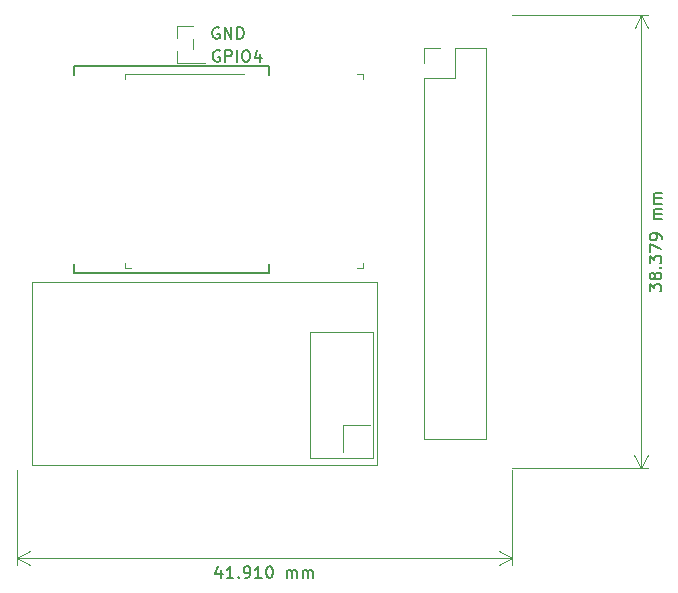
<source format=gbr>
G04 #@! TF.GenerationSoftware,KiCad,Pcbnew,(5.1.5-0-10_14)*
G04 #@! TF.CreationDate,2020-05-04T22:30:03+03:00*
G04 #@! TF.ProjectId,PiGate,50694761-7465-42e6-9b69-6361645f7063,rev?*
G04 #@! TF.SameCoordinates,Original*
G04 #@! TF.FileFunction,Legend,Top*
G04 #@! TF.FilePolarity,Positive*
%FSLAX46Y46*%
G04 Gerber Fmt 4.6, Leading zero omitted, Abs format (unit mm)*
G04 Created by KiCad (PCBNEW (5.1.5-0-10_14)) date 2020-05-04 22:30:03*
%MOMM*%
%LPD*%
G04 APERTURE LIST*
%ADD10C,0.150000*%
%ADD11C,0.120000*%
%ADD12C,0.100000*%
G04 APERTURE END LIST*
D10*
X109191609Y-52484400D02*
X109096371Y-52436780D01*
X108953514Y-52436780D01*
X108810657Y-52484400D01*
X108715419Y-52579638D01*
X108667800Y-52674876D01*
X108620180Y-52865352D01*
X108620180Y-53008209D01*
X108667800Y-53198685D01*
X108715419Y-53293923D01*
X108810657Y-53389161D01*
X108953514Y-53436780D01*
X109048752Y-53436780D01*
X109191609Y-53389161D01*
X109239228Y-53341542D01*
X109239228Y-53008209D01*
X109048752Y-53008209D01*
X109667800Y-53436780D02*
X109667800Y-52436780D01*
X110048752Y-52436780D01*
X110143990Y-52484400D01*
X110191609Y-52532019D01*
X110239228Y-52627257D01*
X110239228Y-52770114D01*
X110191609Y-52865352D01*
X110143990Y-52912971D01*
X110048752Y-52960590D01*
X109667800Y-52960590D01*
X110667800Y-53436780D02*
X110667800Y-52436780D01*
X111334466Y-52436780D02*
X111524942Y-52436780D01*
X111620180Y-52484400D01*
X111715419Y-52579638D01*
X111763038Y-52770114D01*
X111763038Y-53103447D01*
X111715419Y-53293923D01*
X111620180Y-53389161D01*
X111524942Y-53436780D01*
X111334466Y-53436780D01*
X111239228Y-53389161D01*
X111143990Y-53293923D01*
X111096371Y-53103447D01*
X111096371Y-52770114D01*
X111143990Y-52579638D01*
X111239228Y-52484400D01*
X111334466Y-52436780D01*
X112620180Y-52770114D02*
X112620180Y-53436780D01*
X112382085Y-52389161D02*
X112143990Y-53103447D01*
X112763038Y-53103447D01*
X109143895Y-50528600D02*
X109048657Y-50480980D01*
X108905800Y-50480980D01*
X108762942Y-50528600D01*
X108667704Y-50623838D01*
X108620085Y-50719076D01*
X108572466Y-50909552D01*
X108572466Y-51052409D01*
X108620085Y-51242885D01*
X108667704Y-51338123D01*
X108762942Y-51433361D01*
X108905800Y-51480980D01*
X109001038Y-51480980D01*
X109143895Y-51433361D01*
X109191514Y-51385742D01*
X109191514Y-51052409D01*
X109001038Y-51052409D01*
X109620085Y-51480980D02*
X109620085Y-50480980D01*
X110191514Y-51480980D01*
X110191514Y-50480980D01*
X110667704Y-51480980D02*
X110667704Y-50480980D01*
X110905800Y-50480980D01*
X111048657Y-50528600D01*
X111143895Y-50623838D01*
X111191514Y-50719076D01*
X111239133Y-50909552D01*
X111239133Y-51052409D01*
X111191514Y-51242885D01*
X111143895Y-51338123D01*
X111048657Y-51433361D01*
X110905800Y-51480980D01*
X110667704Y-51480980D01*
X145597068Y-72849383D02*
X145597888Y-72230336D01*
X145978399Y-72564173D01*
X145978588Y-72421316D01*
X146026333Y-72326141D01*
X146074015Y-72278585D01*
X146169316Y-72231092D01*
X146407411Y-72231408D01*
X146502586Y-72279153D01*
X146550142Y-72326835D01*
X146597635Y-72422136D01*
X146597257Y-72707850D01*
X146549511Y-72803025D01*
X146501829Y-72850581D01*
X146027215Y-71659475D02*
X145979470Y-71754650D01*
X145931788Y-71802206D01*
X145836487Y-71849699D01*
X145788868Y-71849636D01*
X145693693Y-71801891D01*
X145646137Y-71754209D01*
X145598644Y-71658908D01*
X145598896Y-71468432D01*
X145646641Y-71373257D01*
X145694323Y-71325701D01*
X145789624Y-71278208D01*
X145837243Y-71278271D01*
X145932418Y-71326016D01*
X145979974Y-71373698D01*
X146027467Y-71468999D01*
X146027215Y-71659475D01*
X146074708Y-71754776D01*
X146122264Y-71802458D01*
X146217439Y-71850203D01*
X146407915Y-71850456D01*
X146503216Y-71802963D01*
X146550898Y-71755407D01*
X146598643Y-71660232D01*
X146598895Y-71469756D01*
X146551402Y-71374455D01*
X146503846Y-71326773D01*
X146408671Y-71279027D01*
X146218195Y-71278775D01*
X146122894Y-71326268D01*
X146075212Y-71373824D01*
X146027467Y-71468999D01*
X146504477Y-70850582D02*
X146552159Y-70803027D01*
X146599715Y-70850709D01*
X146552033Y-70898265D01*
X146504477Y-70850582D01*
X146599715Y-70850709D01*
X145600220Y-70468433D02*
X145601039Y-69849386D01*
X145981550Y-70183223D01*
X145981739Y-70040366D01*
X146029484Y-69945191D01*
X146077166Y-69897635D01*
X146172467Y-69850142D01*
X146410562Y-69850457D01*
X146505737Y-69898202D01*
X146553293Y-69945884D01*
X146600786Y-70041185D01*
X146600408Y-70326899D01*
X146552663Y-70422074D01*
X146504981Y-70469630D01*
X145601480Y-69516053D02*
X145602363Y-68849387D01*
X146601795Y-69279281D01*
X146602929Y-68422139D02*
X146603181Y-68231663D01*
X146555688Y-68136362D01*
X146508132Y-68088680D01*
X146365401Y-67993253D01*
X146174988Y-67945382D01*
X145794036Y-67944878D01*
X145698735Y-67992371D01*
X145651053Y-68039927D01*
X145603308Y-68135102D01*
X145603056Y-68325578D01*
X145650549Y-68420879D01*
X145698105Y-68468561D01*
X145793280Y-68516306D01*
X146031375Y-68516621D01*
X146126676Y-68469128D01*
X146174358Y-68421572D01*
X146222103Y-68326397D01*
X146222355Y-68135921D01*
X146174862Y-68040620D01*
X146127306Y-67992938D01*
X146032131Y-67945193D01*
X146605135Y-66755474D02*
X145938469Y-66754592D01*
X146033707Y-66754718D02*
X145986151Y-66707036D01*
X145938658Y-66611735D01*
X145938847Y-66468878D01*
X145986592Y-66373703D01*
X146081893Y-66326210D01*
X146605703Y-66326903D01*
X146081893Y-66326210D02*
X145986718Y-66278465D01*
X145939226Y-66183164D01*
X145939415Y-66040307D01*
X145987160Y-65945132D01*
X146082461Y-65897639D01*
X146606270Y-65898332D01*
X146606900Y-65422142D02*
X145940234Y-65421259D01*
X146035472Y-65421386D02*
X145987916Y-65373703D01*
X145940423Y-65278402D01*
X145940612Y-65135545D01*
X145988357Y-65040370D01*
X146083658Y-64992878D01*
X146607467Y-64993571D01*
X146083658Y-64992878D02*
X145988483Y-64945132D01*
X145940990Y-64849831D01*
X145941179Y-64706974D01*
X145988925Y-64611799D01*
X146084226Y-64564306D01*
X146608035Y-64565000D01*
D11*
X144854835Y-87847655D02*
X144905635Y-49468255D01*
X133934200Y-87833200D02*
X145441256Y-87848431D01*
X133985000Y-49453800D02*
X145492056Y-49469031D01*
X144905635Y-49468255D02*
X145490564Y-50595534D01*
X144905635Y-49468255D02*
X144317724Y-50593982D01*
X144854835Y-87847655D02*
X145442746Y-86721928D01*
X144854835Y-87847655D02*
X144269906Y-86720376D01*
D10*
X109312533Y-96458114D02*
X109312533Y-97124780D01*
X109074438Y-96077161D02*
X108836342Y-96791447D01*
X109455390Y-96791447D01*
X110360152Y-97124780D02*
X109788723Y-97124780D01*
X110074438Y-97124780D02*
X110074438Y-96124780D01*
X109979200Y-96267638D01*
X109883961Y-96362876D01*
X109788723Y-96410495D01*
X110788723Y-97029542D02*
X110836342Y-97077161D01*
X110788723Y-97124780D01*
X110741104Y-97077161D01*
X110788723Y-97029542D01*
X110788723Y-97124780D01*
X111312533Y-97124780D02*
X111503009Y-97124780D01*
X111598247Y-97077161D01*
X111645866Y-97029542D01*
X111741104Y-96886685D01*
X111788723Y-96696209D01*
X111788723Y-96315257D01*
X111741104Y-96220019D01*
X111693485Y-96172400D01*
X111598247Y-96124780D01*
X111407771Y-96124780D01*
X111312533Y-96172400D01*
X111264914Y-96220019D01*
X111217295Y-96315257D01*
X111217295Y-96553352D01*
X111264914Y-96648590D01*
X111312533Y-96696209D01*
X111407771Y-96743828D01*
X111598247Y-96743828D01*
X111693485Y-96696209D01*
X111741104Y-96648590D01*
X111788723Y-96553352D01*
X112741104Y-97124780D02*
X112169676Y-97124780D01*
X112455390Y-97124780D02*
X112455390Y-96124780D01*
X112360152Y-96267638D01*
X112264914Y-96362876D01*
X112169676Y-96410495D01*
X113360152Y-96124780D02*
X113455390Y-96124780D01*
X113550628Y-96172400D01*
X113598247Y-96220019D01*
X113645866Y-96315257D01*
X113693485Y-96505733D01*
X113693485Y-96743828D01*
X113645866Y-96934304D01*
X113598247Y-97029542D01*
X113550628Y-97077161D01*
X113455390Y-97124780D01*
X113360152Y-97124780D01*
X113264914Y-97077161D01*
X113217295Y-97029542D01*
X113169676Y-96934304D01*
X113122057Y-96743828D01*
X113122057Y-96505733D01*
X113169676Y-96315257D01*
X113217295Y-96220019D01*
X113264914Y-96172400D01*
X113360152Y-96124780D01*
X114883961Y-97124780D02*
X114883961Y-96458114D01*
X114883961Y-96553352D02*
X114931580Y-96505733D01*
X115026819Y-96458114D01*
X115169676Y-96458114D01*
X115264914Y-96505733D01*
X115312533Y-96600971D01*
X115312533Y-97124780D01*
X115312533Y-96600971D02*
X115360152Y-96505733D01*
X115455390Y-96458114D01*
X115598247Y-96458114D01*
X115693485Y-96505733D01*
X115741104Y-96600971D01*
X115741104Y-97124780D01*
X116217295Y-97124780D02*
X116217295Y-96458114D01*
X116217295Y-96553352D02*
X116264914Y-96505733D01*
X116360152Y-96458114D01*
X116503009Y-96458114D01*
X116598247Y-96505733D01*
X116645866Y-96600971D01*
X116645866Y-97124780D01*
X116645866Y-96600971D02*
X116693485Y-96505733D01*
X116788723Y-96458114D01*
X116931580Y-96458114D01*
X117026819Y-96505733D01*
X117074438Y-96600971D01*
X117074438Y-97124780D01*
D11*
X92024200Y-95402400D02*
X133934200Y-95402400D01*
X92024200Y-87985600D02*
X92024200Y-95988821D01*
X133934200Y-87985600D02*
X133934200Y-95988821D01*
X133934200Y-95402400D02*
X132807696Y-95988821D01*
X133934200Y-95402400D02*
X132807696Y-94815979D01*
X92024200Y-95402400D02*
X93150704Y-95988821D01*
X92024200Y-95402400D02*
X93150704Y-94815979D01*
X126525302Y-52220000D02*
X127855302Y-52220000D01*
X126525302Y-53550000D02*
X126525302Y-52220000D01*
X129125302Y-52220000D02*
X131725302Y-52220000D01*
X129125302Y-54820000D02*
X129125302Y-52220000D01*
X126525302Y-54820000D02*
X129125302Y-54820000D01*
X131725302Y-52220000D02*
X131725302Y-85360000D01*
X126525302Y-54820000D02*
X126525302Y-85360000D01*
X126525302Y-85360000D02*
X131725302Y-85360000D01*
X122174000Y-86944200D02*
X122174000Y-86944200D01*
X122174000Y-76276200D02*
X122174000Y-86944200D01*
X122504000Y-87520200D02*
X122504000Y-87520200D01*
X122504000Y-72070200D02*
X122504000Y-87520200D01*
X93304000Y-72070200D02*
X122504000Y-72070200D01*
X93304000Y-87520200D02*
X93304000Y-72070200D01*
X122504000Y-87520200D02*
X93304000Y-87520200D01*
X121920000Y-84150200D02*
X121920000Y-84150200D01*
X119634000Y-84150200D02*
X121920000Y-84150200D01*
X119634000Y-86436200D02*
X119634000Y-84150200D01*
X122174000Y-76276200D02*
X122174000Y-76276200D01*
X116840000Y-76276200D02*
X122174000Y-76276200D01*
X116840000Y-86944200D02*
X116840000Y-76276200D01*
X122174000Y-86944200D02*
X116840000Y-86944200D01*
D12*
X101220600Y-54472200D02*
X101220600Y-54872200D01*
X121320600Y-54472200D02*
X121320600Y-54872200D01*
X120820600Y-54472200D02*
X121320600Y-54472200D01*
X121320600Y-70472200D02*
X121320600Y-70872200D01*
X120820600Y-70872200D02*
X121320600Y-70872200D01*
X101220600Y-70472200D02*
X101220600Y-70872200D01*
X101220600Y-70872200D02*
X101720600Y-70872200D01*
X101220600Y-54472200D02*
X111220600Y-54472200D01*
D10*
X96879600Y-70560200D02*
X96879600Y-71310200D01*
X96879600Y-71310200D02*
X113379600Y-71310200D01*
X113379600Y-71310200D02*
X113379600Y-70560200D01*
X96879600Y-54560200D02*
X96879600Y-53810200D01*
X96879600Y-53810200D02*
X113379600Y-53810200D01*
X113379600Y-53810200D02*
X113379600Y-54560200D01*
D11*
X106931800Y-52373600D02*
X106931800Y-51493600D01*
X105541800Y-51373600D02*
X105541800Y-50373600D01*
X105541800Y-53493600D02*
X105541800Y-52493600D01*
X105541800Y-50373600D02*
X105541800Y-50373600D01*
X106931800Y-53493600D02*
X106931800Y-53493600D01*
X106931800Y-53493600D02*
X107926800Y-53493600D01*
X106931800Y-50373600D02*
X105541800Y-50373600D01*
X106931800Y-53493600D02*
X105541800Y-53493600D01*
M02*

</source>
